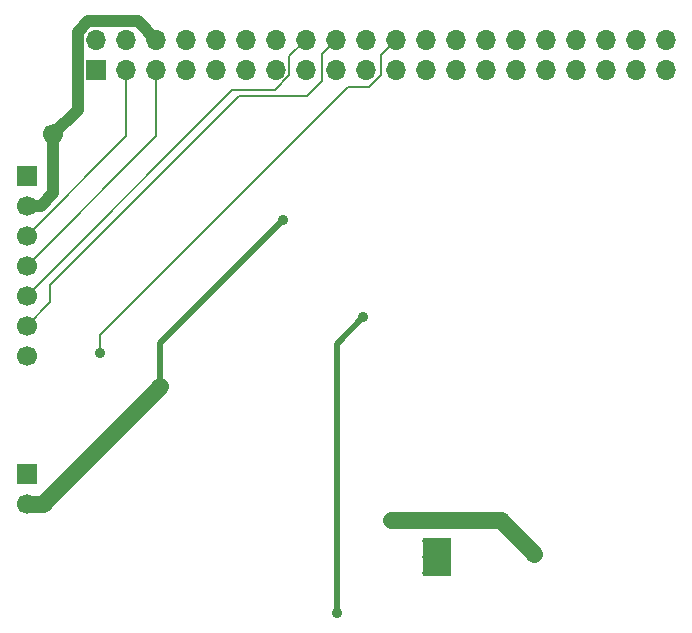
<source format=gbl>
G04 #@! TF.GenerationSoftware,KiCad,Pcbnew,9.0.4*
G04 #@! TF.CreationDate,2025-09-01T18:14:39-04:00*
G04 #@! TF.ProjectId,power_supply_hat,706f7765-725f-4737-9570-706c795f6861,rev?*
G04 #@! TF.SameCoordinates,Original*
G04 #@! TF.FileFunction,Copper,L2,Bot*
G04 #@! TF.FilePolarity,Positive*
%FSLAX46Y46*%
G04 Gerber Fmt 4.6, Leading zero omitted, Abs format (unit mm)*
G04 Created by KiCad (PCBNEW 9.0.4) date 2025-09-01 18:14:39*
%MOMM*%
%LPD*%
G01*
G04 APERTURE LIST*
G04 #@! TA.AperFunction,ComponentPad*
%ADD10R,1.700000X1.700000*%
G04 #@! TD*
G04 #@! TA.AperFunction,ComponentPad*
%ADD11C,1.700000*%
G04 #@! TD*
G04 #@! TA.AperFunction,HeatsinkPad*
%ADD12C,0.500000*%
G04 #@! TD*
G04 #@! TA.AperFunction,HeatsinkPad*
%ADD13R,2.400000X3.200000*%
G04 #@! TD*
G04 #@! TA.AperFunction,ComponentPad*
%ADD14O,1.700000X1.700000*%
G04 #@! TD*
G04 #@! TA.AperFunction,ViaPad*
%ADD15C,0.900000*%
G04 #@! TD*
G04 #@! TA.AperFunction,ViaPad*
%ADD16C,1.700000*%
G04 #@! TD*
G04 #@! TA.AperFunction,ViaPad*
%ADD17C,1.000000*%
G04 #@! TD*
G04 #@! TA.AperFunction,Conductor*
%ADD18C,0.200000*%
G04 #@! TD*
G04 #@! TA.AperFunction,Conductor*
%ADD19C,1.000000*%
G04 #@! TD*
G04 #@! TA.AperFunction,Conductor*
%ADD20C,1.400000*%
G04 #@! TD*
G04 #@! TA.AperFunction,Conductor*
%ADD21C,0.500000*%
G04 #@! TD*
G04 APERTURE END LIST*
D10*
X102500000Y-83000000D03*
D11*
X102500000Y-85540000D03*
D10*
X102500000Y-57760000D03*
D11*
X102500000Y-60300000D03*
X102500000Y-62840000D03*
X102500000Y-65380000D03*
X102500000Y-67920000D03*
X102500000Y-70460000D03*
X102500000Y-73000000D03*
D12*
X136275000Y-88700000D03*
X136275000Y-90050000D03*
X136275000Y-91400000D03*
D13*
X137225000Y-90050000D03*
D12*
X138175000Y-88700000D03*
X138175000Y-90050000D03*
X138175000Y-91400000D03*
D10*
X108370000Y-48770000D03*
D14*
X108370000Y-46230000D03*
X110910000Y-48770000D03*
X110910000Y-46230000D03*
X113450000Y-48770000D03*
X113450000Y-46230000D03*
X115990000Y-48770000D03*
X115990000Y-46230000D03*
X118530000Y-48770000D03*
X118530000Y-46230000D03*
X121070000Y-48770000D03*
X121070000Y-46230000D03*
X123610000Y-48770000D03*
X123610000Y-46230000D03*
X126150000Y-48770000D03*
X126150000Y-46230000D03*
X128690000Y-48770000D03*
X128690000Y-46230000D03*
X131230000Y-48770000D03*
X131230000Y-46230000D03*
X133770000Y-48770000D03*
X133770000Y-46230000D03*
X136310000Y-48770000D03*
X136310000Y-46230000D03*
X138850000Y-48770000D03*
X138850000Y-46230000D03*
X141390000Y-48770000D03*
X141390000Y-46230000D03*
X143930000Y-48770000D03*
X143930000Y-46230000D03*
X146470000Y-48770000D03*
X146470000Y-46230000D03*
X149010000Y-48770000D03*
X149010000Y-46230000D03*
X151550000Y-48770000D03*
X151550000Y-46230000D03*
X154090000Y-48770000D03*
X154090000Y-46230000D03*
X156630000Y-48770000D03*
X156630000Y-46230000D03*
D15*
X113800000Y-75600000D03*
D16*
X104750000Y-54250000D03*
D15*
X124200000Y-61550000D03*
X108750000Y-72750000D03*
X145500000Y-89750000D03*
D17*
X133340000Y-86910000D03*
D15*
X128750000Y-94750000D03*
X131000000Y-69750000D03*
D18*
X102500000Y-70460000D02*
X104500000Y-68460000D01*
X104500000Y-68460000D02*
X104500000Y-67000000D01*
X127500000Y-47420000D02*
X128690000Y-46230000D01*
X104500000Y-67000000D02*
X120500000Y-51000000D01*
X120500000Y-51000000D02*
X126250000Y-51000000D01*
X126250000Y-51000000D02*
X127500000Y-49750000D01*
X127500000Y-49750000D02*
X127500000Y-47420000D01*
X108750000Y-72750000D02*
X108750000Y-71250000D01*
X108750000Y-71250000D02*
X129750000Y-50250000D01*
X129750000Y-50250000D02*
X131500000Y-50250000D01*
X131500000Y-50250000D02*
X132500000Y-49250000D01*
X132500000Y-49250000D02*
X132500000Y-47500000D01*
X132500000Y-47500000D02*
X133770000Y-46230000D01*
D19*
X106819000Y-45587554D02*
X107727554Y-44679000D01*
D20*
X103860000Y-85540000D02*
X113800000Y-75600000D01*
D21*
X124200000Y-61550000D02*
X113800000Y-71950000D01*
D19*
X104750000Y-54250000D02*
X104750000Y-59252081D01*
X104750000Y-54250000D02*
X106819000Y-52181000D01*
X103702081Y-60300000D02*
X102500000Y-60300000D01*
X104750000Y-59252081D02*
X103702081Y-60300000D01*
D20*
X102500000Y-85540000D02*
X103860000Y-85540000D01*
D19*
X107727554Y-44679000D02*
X111899000Y-44679000D01*
X111899000Y-44679000D02*
X113450000Y-46230000D01*
D21*
X113800000Y-71950000D02*
X113800000Y-75600000D01*
D19*
X106819000Y-52181000D02*
X106819000Y-45587554D01*
D18*
X102500000Y-62840000D02*
X110910000Y-54430000D01*
X110910000Y-54430000D02*
X110910000Y-48770000D01*
X113450000Y-54430000D02*
X113450000Y-48770000D01*
X102500000Y-65380000D02*
X113450000Y-54430000D01*
X123507760Y-50500000D02*
X124761000Y-49246760D01*
X102500000Y-67920000D02*
X119920000Y-50500000D01*
X124761000Y-47619000D02*
X126150000Y-46230000D01*
X119920000Y-50500000D02*
X123507760Y-50500000D01*
X124761000Y-49246760D02*
X124761000Y-47619000D01*
D20*
X142660000Y-86910000D02*
X133340000Y-86910000D01*
X145500000Y-89750000D02*
X142660000Y-86910000D01*
D21*
X128750000Y-72000000D02*
X131000000Y-69750000D01*
X128750000Y-94750000D02*
X128750000Y-72000000D01*
M02*

</source>
